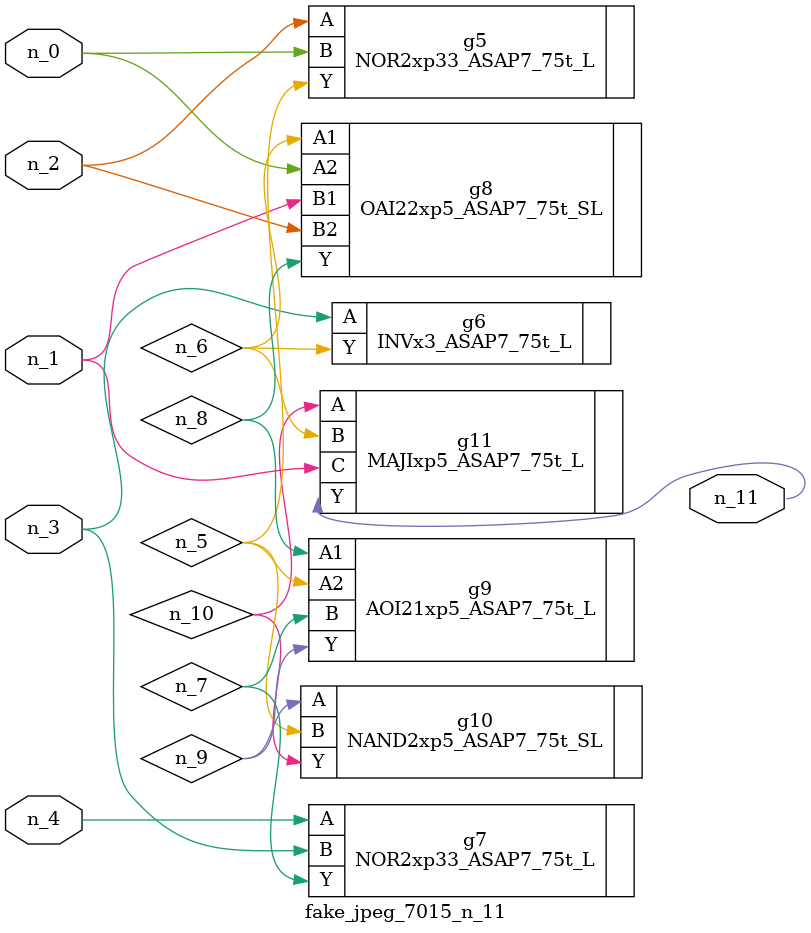
<source format=v>
module fake_jpeg_7015_n_11 (n_3, n_2, n_1, n_0, n_4, n_11);

input n_3;
input n_2;
input n_1;
input n_0;
input n_4;

output n_11;

wire n_10;
wire n_8;
wire n_9;
wire n_6;
wire n_5;
wire n_7;

NOR2xp33_ASAP7_75t_L g5 ( 
.A(n_2),
.B(n_0),
.Y(n_5)
);

INVx3_ASAP7_75t_L g6 ( 
.A(n_3),
.Y(n_6)
);

NOR2xp33_ASAP7_75t_L g7 ( 
.A(n_4),
.B(n_3),
.Y(n_7)
);

OAI22xp5_ASAP7_75t_SL g8 ( 
.A1(n_6),
.A2(n_0),
.B1(n_1),
.B2(n_2),
.Y(n_8)
);

AOI21xp5_ASAP7_75t_L g9 ( 
.A1(n_8),
.A2(n_5),
.B(n_7),
.Y(n_9)
);

NAND2xp5_ASAP7_75t_SL g10 ( 
.A(n_9),
.B(n_5),
.Y(n_10)
);

MAJIxp5_ASAP7_75t_L g11 ( 
.A(n_10),
.B(n_6),
.C(n_1),
.Y(n_11)
);


endmodule
</source>
